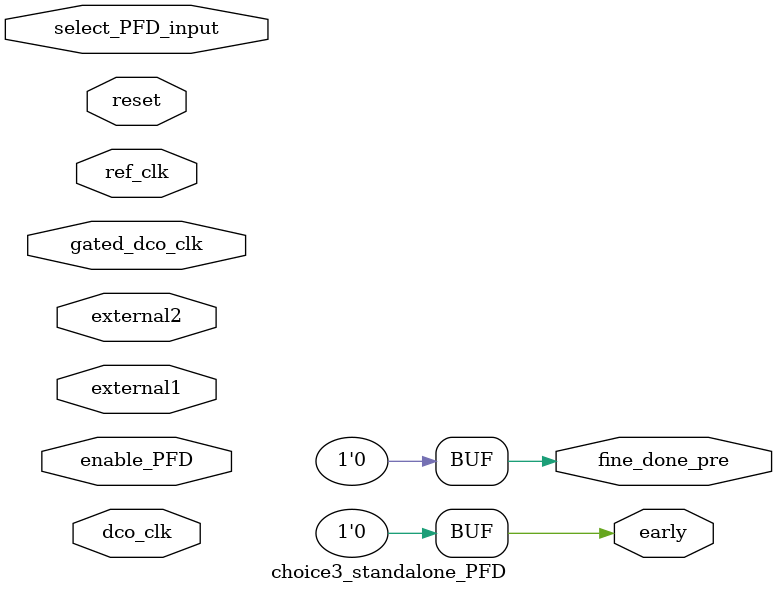
<source format=v>
module choice3_standalone_PFD(
			input 	    enable_PFD ,
			input 	    select_PFD_input,
			input 	    ref_clk, 
			input 	    external1 ,
			input 	    gated_dco_clk,
			input 	    external2,
			input 	    reset,
			input 	    dco_clk,
			output 	    fine_done_pre,
			output 	    early		 
			);

   assign early = 0;
   assign fine_done_pre = 0;
   

   
endmodule // tdc3_behaviour

</source>
